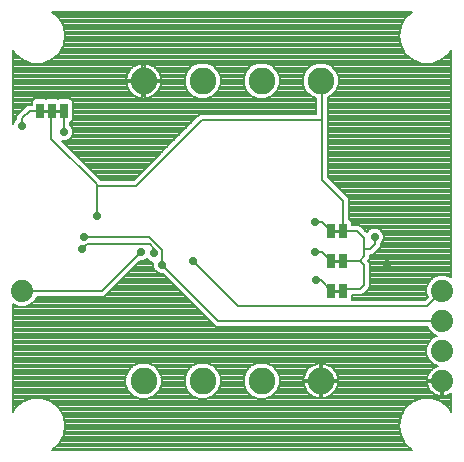
<source format=gbl>
G75*
%MOIN*%
%OFA0B0*%
%FSLAX25Y25*%
%IPPOS*%
%LPD*%
%AMOC8*
5,1,8,0,0,1.08239X$1,22.5*
%
%ADD10C,0.07400*%
%ADD11R,0.02500X0.05000*%
%ADD12C,0.01000*%
%ADD13C,0.08858*%
%ADD14C,0.00600*%
%ADD15C,0.00800*%
%ADD16C,0.02900*%
D10*
X0293333Y0225000D03*
X0293333Y0235000D03*
X0293333Y0245000D03*
X0293333Y0255000D03*
X0153333Y0255000D03*
D11*
X0159333Y0315000D03*
X0163333Y0315000D03*
X0167333Y0315000D03*
X0256333Y0275000D03*
X0260333Y0275000D03*
X0260333Y0265000D03*
X0256333Y0265000D03*
X0256333Y0255000D03*
X0260333Y0255000D03*
D12*
X0256333Y0255000D01*
X0256333Y0265000D02*
X0260333Y0265000D01*
X0260333Y0275000D02*
X0256333Y0275000D01*
X0167333Y0315000D02*
X0163333Y0315000D01*
X0159333Y0315000D01*
D13*
X0193806Y0325000D03*
X0213491Y0325000D03*
X0233176Y0325000D03*
X0252861Y0325000D03*
X0252861Y0225000D03*
X0233176Y0225000D03*
X0213491Y0225000D03*
X0193806Y0225000D03*
D14*
X0258333Y0255000D02*
X0260333Y0255000D01*
D15*
X0165567Y0203930D02*
X0163267Y0202000D01*
X0283399Y0202000D01*
X0281099Y0203930D01*
X0281099Y0203930D01*
X0279459Y0206770D01*
X0279459Y0206770D01*
X0278890Y0210000D01*
X0278890Y0210000D01*
X0279459Y0213230D01*
X0279459Y0213230D01*
X0281099Y0216070D01*
X0281099Y0216070D01*
X0281099Y0216070D01*
X0283612Y0218178D01*
X0283612Y0218178D01*
X0286693Y0219300D01*
X0289973Y0219300D01*
X0293055Y0218178D01*
X0293055Y0218178D01*
X0295567Y0216070D01*
X0295567Y0216070D01*
X0296333Y0214744D01*
X0296333Y0220876D01*
X0296006Y0220638D01*
X0295291Y0220274D01*
X0294528Y0220026D01*
X0293735Y0219900D01*
X0293733Y0219900D01*
X0293733Y0224600D01*
X0292933Y0224600D01*
X0288233Y0224600D01*
X0288233Y0224599D01*
X0288359Y0223806D01*
X0288607Y0223042D01*
X0288971Y0222327D01*
X0289443Y0221678D01*
X0290011Y0221110D01*
X0290660Y0220638D01*
X0291376Y0220274D01*
X0292139Y0220026D01*
X0292932Y0219900D01*
X0292933Y0219900D01*
X0292933Y0224600D01*
X0292933Y0225400D01*
X0288233Y0225400D01*
X0288233Y0225401D01*
X0288359Y0226194D01*
X0288607Y0226958D01*
X0288971Y0227673D01*
X0289443Y0228322D01*
X0290011Y0228890D01*
X0290660Y0229362D01*
X0291376Y0229726D01*
X0291846Y0229879D01*
X0290331Y0230507D01*
X0288840Y0231998D01*
X0288033Y0233946D01*
X0288033Y0236054D01*
X0288840Y0238002D01*
X0290331Y0239493D01*
X0291555Y0240000D01*
X0290331Y0240507D01*
X0288840Y0241998D01*
X0288425Y0243000D01*
X0217884Y0243000D01*
X0216713Y0244172D01*
X0200245Y0260640D01*
X0199416Y0260640D01*
X0198295Y0261104D01*
X0197437Y0261962D01*
X0196973Y0263083D01*
X0196973Y0264296D01*
X0197019Y0264407D01*
X0196684Y0264407D01*
X0195563Y0264872D01*
X0194787Y0265648D01*
X0194561Y0265422D01*
X0193440Y0264957D01*
X0192612Y0264957D01*
X0180654Y0253000D01*
X0158242Y0253000D01*
X0157826Y0251998D01*
X0156336Y0250507D01*
X0154388Y0249700D01*
X0152279Y0249700D01*
X0150333Y0250506D01*
X0150333Y0214744D01*
X0151099Y0216070D01*
X0151099Y0216070D01*
X0151099Y0216070D01*
X0153612Y0218178D01*
X0153612Y0218178D01*
X0156693Y0219300D01*
X0159973Y0219300D01*
X0163055Y0218178D01*
X0163055Y0218178D01*
X0165567Y0216070D01*
X0165567Y0216070D01*
X0167207Y0213230D01*
X0167207Y0213230D01*
X0167777Y0210000D01*
X0167777Y0210000D01*
X0167207Y0206770D01*
X0167207Y0206770D01*
X0165567Y0203930D01*
X0165567Y0203930D01*
X0165567Y0203930D01*
X0165604Y0203993D02*
X0281063Y0203993D01*
X0280602Y0204791D02*
X0166065Y0204791D01*
X0166526Y0205590D02*
X0280141Y0205590D01*
X0279680Y0206388D02*
X0166987Y0206388D01*
X0167281Y0207187D02*
X0279386Y0207187D01*
X0279245Y0207985D02*
X0167421Y0207985D01*
X0167562Y0208784D02*
X0279104Y0208784D01*
X0278964Y0209582D02*
X0167703Y0209582D01*
X0167710Y0210381D02*
X0278957Y0210381D01*
X0279098Y0211179D02*
X0167569Y0211179D01*
X0167428Y0211978D02*
X0279239Y0211978D01*
X0279379Y0212776D02*
X0167287Y0212776D01*
X0167008Y0213575D02*
X0279658Y0213575D01*
X0280120Y0214373D02*
X0166547Y0214373D01*
X0166086Y0215172D02*
X0280581Y0215172D01*
X0281042Y0215970D02*
X0165625Y0215970D01*
X0164735Y0216769D02*
X0281932Y0216769D01*
X0282883Y0217567D02*
X0163783Y0217567D01*
X0162540Y0218366D02*
X0284127Y0218366D01*
X0286321Y0219164D02*
X0234842Y0219164D01*
X0234375Y0218971D02*
X0236591Y0219889D01*
X0238287Y0221585D01*
X0239205Y0223801D01*
X0239205Y0226199D01*
X0238287Y0228415D01*
X0236591Y0230111D01*
X0234375Y0231029D01*
X0231977Y0231029D01*
X0229761Y0230111D01*
X0228065Y0228415D01*
X0227147Y0226199D01*
X0227147Y0223801D01*
X0228065Y0221585D01*
X0229761Y0219889D01*
X0231977Y0218971D01*
X0234375Y0218971D01*
X0236665Y0219963D02*
X0249907Y0219963D01*
X0249806Y0220014D02*
X0250623Y0219598D01*
X0251496Y0219314D01*
X0252402Y0219171D01*
X0252461Y0219171D01*
X0252461Y0224600D01*
X0253261Y0224600D01*
X0253261Y0225400D01*
X0258690Y0225400D01*
X0258690Y0225459D01*
X0258546Y0226365D01*
X0258263Y0227238D01*
X0257846Y0228055D01*
X0257307Y0228797D01*
X0256658Y0229446D01*
X0255916Y0229986D01*
X0255098Y0230402D01*
X0254226Y0230686D01*
X0253320Y0230829D01*
X0253261Y0230829D01*
X0253261Y0225400D01*
X0252461Y0225400D01*
X0252461Y0230829D01*
X0252402Y0230829D01*
X0251496Y0230686D01*
X0250623Y0230402D01*
X0249806Y0229986D01*
X0249063Y0229446D01*
X0248415Y0228797D01*
X0247875Y0228055D01*
X0247459Y0227238D01*
X0247175Y0226365D01*
X0247032Y0225459D01*
X0247032Y0225400D01*
X0252461Y0225400D01*
X0252461Y0224600D01*
X0247032Y0224600D01*
X0247032Y0224541D01*
X0247175Y0223635D01*
X0247459Y0222762D01*
X0247875Y0221945D01*
X0248415Y0221203D01*
X0249063Y0220554D01*
X0249806Y0220014D01*
X0248856Y0220761D02*
X0237464Y0220761D01*
X0238262Y0221560D02*
X0248155Y0221560D01*
X0247665Y0222358D02*
X0238608Y0222358D01*
X0238938Y0223157D02*
X0247331Y0223157D01*
X0247125Y0223955D02*
X0239205Y0223955D01*
X0239205Y0224754D02*
X0252461Y0224754D01*
X0252461Y0225552D02*
X0253261Y0225552D01*
X0253261Y0224754D02*
X0292933Y0224754D01*
X0292933Y0223955D02*
X0293733Y0223955D01*
X0293733Y0223157D02*
X0292933Y0223157D01*
X0292933Y0222358D02*
X0293733Y0222358D01*
X0293733Y0221560D02*
X0292933Y0221560D01*
X0292933Y0220761D02*
X0293733Y0220761D01*
X0293733Y0219963D02*
X0292933Y0219963D01*
X0292536Y0219963D02*
X0255815Y0219963D01*
X0255916Y0220014D02*
X0256658Y0220554D01*
X0257307Y0221203D01*
X0257846Y0221945D01*
X0258263Y0222762D01*
X0258546Y0223635D01*
X0258690Y0224541D01*
X0258690Y0224600D01*
X0253261Y0224600D01*
X0253261Y0219171D01*
X0253320Y0219171D01*
X0254226Y0219314D01*
X0255098Y0219598D01*
X0255916Y0220014D01*
X0256866Y0220761D02*
X0290491Y0220761D01*
X0289561Y0221560D02*
X0257567Y0221560D01*
X0258057Y0222358D02*
X0288955Y0222358D01*
X0288570Y0223157D02*
X0258391Y0223157D01*
X0258597Y0223955D02*
X0288335Y0223955D01*
X0288257Y0225552D02*
X0258675Y0225552D01*
X0258549Y0226351D02*
X0288410Y0226351D01*
X0288705Y0227149D02*
X0258292Y0227149D01*
X0257901Y0227948D02*
X0289171Y0227948D01*
X0289867Y0228746D02*
X0257344Y0228746D01*
X0256522Y0229545D02*
X0291020Y0229545D01*
X0290726Y0230343D02*
X0255214Y0230343D01*
X0253261Y0230343D02*
X0252461Y0230343D01*
X0252461Y0229545D02*
X0253261Y0229545D01*
X0253261Y0228746D02*
X0252461Y0228746D01*
X0252461Y0227948D02*
X0253261Y0227948D01*
X0253261Y0227149D02*
X0252461Y0227149D01*
X0252461Y0226351D02*
X0253261Y0226351D01*
X0253261Y0223955D02*
X0252461Y0223955D01*
X0252461Y0223157D02*
X0253261Y0223157D01*
X0253261Y0222358D02*
X0252461Y0222358D01*
X0252461Y0221560D02*
X0253261Y0221560D01*
X0253261Y0220761D02*
X0252461Y0220761D01*
X0252461Y0219963D02*
X0253261Y0219963D01*
X0247047Y0225552D02*
X0239205Y0225552D01*
X0239142Y0226351D02*
X0247173Y0226351D01*
X0247430Y0227149D02*
X0238811Y0227149D01*
X0238481Y0227948D02*
X0247821Y0227948D01*
X0248378Y0228746D02*
X0237956Y0228746D01*
X0237157Y0229545D02*
X0249199Y0229545D01*
X0250508Y0230343D02*
X0236031Y0230343D01*
X0230321Y0230343D02*
X0216345Y0230343D01*
X0216906Y0230111D02*
X0214690Y0231029D01*
X0212292Y0231029D01*
X0210076Y0230111D01*
X0208380Y0228415D01*
X0207462Y0226199D01*
X0207462Y0223801D01*
X0208380Y0221585D01*
X0210076Y0219889D01*
X0212292Y0218971D01*
X0214690Y0218971D01*
X0216906Y0219889D01*
X0218602Y0221585D01*
X0219520Y0223801D01*
X0219520Y0226199D01*
X0218602Y0228415D01*
X0216906Y0230111D01*
X0217472Y0229545D02*
X0229194Y0229545D01*
X0228396Y0228746D02*
X0218271Y0228746D01*
X0218796Y0227948D02*
X0227871Y0227948D01*
X0227540Y0227149D02*
X0219126Y0227149D01*
X0219457Y0226351D02*
X0227210Y0226351D01*
X0227147Y0225552D02*
X0219520Y0225552D01*
X0219520Y0224754D02*
X0227147Y0224754D01*
X0227147Y0223955D02*
X0219520Y0223955D01*
X0219253Y0223157D02*
X0227413Y0223157D01*
X0227744Y0222358D02*
X0218922Y0222358D01*
X0218577Y0221560D02*
X0228090Y0221560D01*
X0228888Y0220761D02*
X0217779Y0220761D01*
X0216980Y0219963D02*
X0229687Y0219963D01*
X0231510Y0219164D02*
X0215157Y0219164D01*
X0211825Y0219164D02*
X0195472Y0219164D01*
X0195005Y0218971D02*
X0197221Y0219889D01*
X0198917Y0221585D01*
X0199835Y0223801D01*
X0199835Y0226199D01*
X0198917Y0228415D01*
X0197221Y0230111D01*
X0195005Y0231029D01*
X0192606Y0231029D01*
X0190391Y0230111D01*
X0188695Y0228415D01*
X0187777Y0226199D01*
X0187777Y0223801D01*
X0188695Y0221585D01*
X0190391Y0219889D01*
X0192606Y0218971D01*
X0195005Y0218971D01*
X0197295Y0219963D02*
X0210002Y0219963D01*
X0209203Y0220761D02*
X0198094Y0220761D01*
X0198892Y0221560D02*
X0208405Y0221560D01*
X0208059Y0222358D02*
X0199237Y0222358D01*
X0199568Y0223157D02*
X0207728Y0223157D01*
X0207462Y0223955D02*
X0199835Y0223955D01*
X0199835Y0224754D02*
X0207462Y0224754D01*
X0207462Y0225552D02*
X0199835Y0225552D01*
X0199772Y0226351D02*
X0207524Y0226351D01*
X0207855Y0227149D02*
X0199441Y0227149D01*
X0199111Y0227948D02*
X0208186Y0227948D01*
X0208711Y0228746D02*
X0198586Y0228746D01*
X0197787Y0229545D02*
X0209509Y0229545D01*
X0210636Y0230343D02*
X0196660Y0230343D01*
X0190951Y0230343D02*
X0150333Y0230343D01*
X0150333Y0229545D02*
X0189824Y0229545D01*
X0189026Y0228746D02*
X0150333Y0228746D01*
X0150333Y0227948D02*
X0188501Y0227948D01*
X0188170Y0227149D02*
X0150333Y0227149D01*
X0150333Y0226351D02*
X0187839Y0226351D01*
X0187777Y0225552D02*
X0150333Y0225552D01*
X0150333Y0224754D02*
X0187777Y0224754D01*
X0187777Y0223955D02*
X0150333Y0223955D01*
X0150333Y0223157D02*
X0188043Y0223157D01*
X0188374Y0222358D02*
X0150333Y0222358D01*
X0150333Y0221560D02*
X0188719Y0221560D01*
X0189518Y0220761D02*
X0150333Y0220761D01*
X0150333Y0219963D02*
X0190316Y0219963D01*
X0192140Y0219164D02*
X0160346Y0219164D01*
X0156321Y0219164D02*
X0150333Y0219164D01*
X0150333Y0218366D02*
X0154127Y0218366D01*
X0152883Y0217567D02*
X0150333Y0217567D01*
X0150333Y0216769D02*
X0151932Y0216769D01*
X0151042Y0215970D02*
X0150333Y0215970D01*
X0150333Y0215172D02*
X0150581Y0215172D01*
X0150333Y0231142D02*
X0289696Y0231142D01*
X0288898Y0231940D02*
X0150333Y0231940D01*
X0150333Y0232739D02*
X0288533Y0232739D01*
X0288202Y0233537D02*
X0150333Y0233537D01*
X0150333Y0234336D02*
X0288033Y0234336D01*
X0288033Y0235134D02*
X0150333Y0235134D01*
X0150333Y0235933D02*
X0288033Y0235933D01*
X0288314Y0236732D02*
X0150333Y0236732D01*
X0150333Y0237530D02*
X0288645Y0237530D01*
X0289167Y0238329D02*
X0150333Y0238329D01*
X0150333Y0239127D02*
X0289965Y0239127D01*
X0290114Y0240724D02*
X0150333Y0240724D01*
X0150333Y0239926D02*
X0291375Y0239926D01*
X0289315Y0241523D02*
X0150333Y0241523D01*
X0150333Y0242321D02*
X0288706Y0242321D01*
X0293333Y0245000D02*
X0218713Y0245000D01*
X0200023Y0263690D01*
X0200023Y0268690D01*
X0195713Y0273000D01*
X0173833Y0273000D01*
X0174791Y0270457D02*
X0173333Y0269000D01*
X0174791Y0270457D02*
X0195791Y0270457D01*
X0197291Y0268957D01*
X0197291Y0267457D01*
X0196027Y0264679D02*
X0192334Y0264679D01*
X0191535Y0263881D02*
X0196973Y0263881D01*
X0196973Y0263082D02*
X0190737Y0263082D01*
X0189938Y0262284D02*
X0197304Y0262284D01*
X0197914Y0261485D02*
X0189140Y0261485D01*
X0188341Y0260687D02*
X0199303Y0260687D01*
X0200996Y0259888D02*
X0187543Y0259888D01*
X0186744Y0259090D02*
X0201795Y0259090D01*
X0202593Y0258291D02*
X0185946Y0258291D01*
X0185147Y0257493D02*
X0203392Y0257493D01*
X0204190Y0256694D02*
X0184349Y0256694D01*
X0183550Y0255896D02*
X0204989Y0255896D01*
X0205787Y0255097D02*
X0182752Y0255097D01*
X0181953Y0254299D02*
X0206586Y0254299D01*
X0207384Y0253500D02*
X0181155Y0253500D01*
X0179826Y0255000D02*
X0192833Y0268007D01*
X0194617Y0265478D02*
X0194957Y0265478D01*
X0210333Y0265000D02*
X0225333Y0250000D01*
X0288333Y0250000D01*
X0293333Y0255000D01*
X0288448Y0252944D02*
X0287505Y0252000D01*
X0263183Y0252000D01*
X0263183Y0253500D01*
X0266662Y0253500D01*
X0268162Y0255000D01*
X0269333Y0256172D01*
X0269333Y0264328D01*
X0268662Y0265000D01*
X0269333Y0265672D01*
X0269333Y0267000D01*
X0270162Y0267000D01*
X0272833Y0269672D01*
X0272833Y0270687D01*
X0273419Y0271272D01*
X0273883Y0272393D01*
X0273883Y0273607D01*
X0273419Y0274728D01*
X0272561Y0275586D01*
X0271440Y0276050D01*
X0270227Y0276050D01*
X0269106Y0275586D01*
X0268248Y0274728D01*
X0268156Y0274506D01*
X0266833Y0275828D01*
X0265662Y0277000D01*
X0263183Y0277000D01*
X0263183Y0278163D01*
X0262333Y0279013D01*
X0262333Y0285828D01*
X0261162Y0287000D01*
X0261162Y0287000D01*
X0255333Y0292828D01*
X0255333Y0319498D01*
X0256276Y0319889D01*
X0257972Y0321585D01*
X0258890Y0323801D01*
X0258890Y0326199D01*
X0257972Y0328415D01*
X0256276Y0330111D01*
X0254060Y0331029D01*
X0251662Y0331029D01*
X0249446Y0330111D01*
X0247750Y0328415D01*
X0246832Y0326199D01*
X0246832Y0323801D01*
X0247750Y0321585D01*
X0249446Y0319889D01*
X0251333Y0319107D01*
X0251333Y0314000D01*
X0212505Y0314000D01*
X0211333Y0312828D01*
X0190505Y0292000D01*
X0179662Y0292000D01*
X0166701Y0304961D01*
X0166727Y0304950D01*
X0167940Y0304950D01*
X0169061Y0305414D01*
X0169919Y0306272D01*
X0170383Y0307393D01*
X0170383Y0308607D01*
X0169919Y0309728D01*
X0169333Y0310313D01*
X0169333Y0310987D01*
X0170183Y0311837D01*
X0170183Y0318163D01*
X0169246Y0319100D01*
X0165421Y0319100D01*
X0165333Y0319013D01*
X0165246Y0319100D01*
X0161421Y0319100D01*
X0161333Y0319013D01*
X0161246Y0319100D01*
X0157421Y0319100D01*
X0156483Y0318163D01*
X0156483Y0317000D01*
X0155005Y0317000D01*
X0153833Y0315828D01*
X0151333Y0313328D01*
X0151333Y0312313D01*
X0150748Y0311728D01*
X0150333Y0310727D01*
X0150333Y0335256D01*
X0151099Y0333930D01*
X0153612Y0331822D01*
X0156693Y0330700D01*
X0159973Y0330700D01*
X0163055Y0331822D01*
X0165567Y0333930D01*
X0167207Y0336770D01*
X0167207Y0336770D01*
X0167777Y0340000D01*
X0167207Y0343230D01*
X0165567Y0346070D01*
X0163267Y0348000D01*
X0283399Y0348000D01*
X0281099Y0346070D01*
X0279459Y0343230D01*
X0278890Y0340000D01*
X0279459Y0336770D01*
X0281099Y0333930D01*
X0283612Y0331822D01*
X0286693Y0330700D01*
X0289973Y0330700D01*
X0293055Y0331822D01*
X0295567Y0333930D01*
X0296333Y0335256D01*
X0296333Y0259494D01*
X0294388Y0260300D01*
X0292279Y0260300D01*
X0290331Y0259493D01*
X0288840Y0258002D01*
X0288033Y0256054D01*
X0288033Y0253946D01*
X0288448Y0252944D01*
X0288207Y0252702D02*
X0263183Y0252702D01*
X0266662Y0253500D02*
X0288218Y0253500D01*
X0288033Y0254299D02*
X0267461Y0254299D01*
X0268259Y0255097D02*
X0288033Y0255097D01*
X0288033Y0255896D02*
X0269058Y0255896D01*
X0269333Y0256694D02*
X0288298Y0256694D01*
X0288629Y0257493D02*
X0269333Y0257493D01*
X0269333Y0258291D02*
X0289129Y0258291D01*
X0289928Y0259090D02*
X0269333Y0259090D01*
X0269333Y0259888D02*
X0291285Y0259888D01*
X0295381Y0259888D02*
X0296333Y0259888D01*
X0296333Y0260687D02*
X0269333Y0260687D01*
X0269333Y0261485D02*
X0296333Y0261485D01*
X0296333Y0262284D02*
X0269333Y0262284D01*
X0269333Y0263082D02*
X0296333Y0263082D01*
X0296333Y0263881D02*
X0269333Y0263881D01*
X0268982Y0264679D02*
X0296333Y0264679D01*
X0296333Y0265478D02*
X0269140Y0265478D01*
X0269333Y0266276D02*
X0296333Y0266276D01*
X0296333Y0267075D02*
X0270237Y0267075D01*
X0271035Y0267873D02*
X0296333Y0267873D01*
X0296333Y0268672D02*
X0271834Y0268672D01*
X0272632Y0269470D02*
X0296333Y0269470D01*
X0296333Y0270269D02*
X0272833Y0270269D01*
X0273214Y0271068D02*
X0296333Y0271068D01*
X0296333Y0271866D02*
X0273665Y0271866D01*
X0273883Y0272665D02*
X0296333Y0272665D01*
X0296333Y0273463D02*
X0273883Y0273463D01*
X0273612Y0274262D02*
X0296333Y0274262D01*
X0296333Y0275060D02*
X0273087Y0275060D01*
X0271902Y0275859D02*
X0296333Y0275859D01*
X0296333Y0276657D02*
X0266005Y0276657D01*
X0266803Y0275859D02*
X0269765Y0275859D01*
X0268580Y0275060D02*
X0267602Y0275060D01*
X0267333Y0272500D02*
X0264833Y0275000D01*
X0260333Y0275000D01*
X0260333Y0285000D01*
X0253333Y0292000D01*
X0253333Y0312000D01*
X0213333Y0312000D01*
X0191333Y0290000D01*
X0178333Y0290000D01*
X0178333Y0290500D01*
X0163083Y0305750D01*
X0163083Y0314750D01*
X0163333Y0315000D01*
X0159333Y0315000D02*
X0155833Y0315000D01*
X0153333Y0312500D01*
X0153333Y0310000D01*
X0150443Y0310993D02*
X0150333Y0310993D01*
X0150333Y0311792D02*
X0150812Y0311792D01*
X0150333Y0312590D02*
X0151333Y0312590D01*
X0151394Y0313389D02*
X0150333Y0313389D01*
X0150333Y0314187D02*
X0152192Y0314187D01*
X0152991Y0314986D02*
X0150333Y0314986D01*
X0150333Y0315784D02*
X0153789Y0315784D01*
X0154588Y0316583D02*
X0150333Y0316583D01*
X0150333Y0317381D02*
X0156483Y0317381D01*
X0156500Y0318180D02*
X0150333Y0318180D01*
X0150333Y0318978D02*
X0157299Y0318978D01*
X0150333Y0319777D02*
X0191217Y0319777D01*
X0191568Y0319598D02*
X0192441Y0319314D01*
X0193347Y0319171D01*
X0193406Y0319171D01*
X0193406Y0324600D01*
X0194206Y0324600D01*
X0194206Y0325400D01*
X0199635Y0325400D01*
X0199635Y0325459D01*
X0199491Y0326365D01*
X0199208Y0327238D01*
X0198791Y0328055D01*
X0198252Y0328797D01*
X0197603Y0329446D01*
X0196861Y0329986D01*
X0196043Y0330402D01*
X0195171Y0330686D01*
X0194265Y0330829D01*
X0194206Y0330829D01*
X0194206Y0325400D01*
X0193406Y0325400D01*
X0193406Y0330829D01*
X0193347Y0330829D01*
X0192441Y0330686D01*
X0191568Y0330402D01*
X0190751Y0329986D01*
X0190008Y0329446D01*
X0189360Y0328797D01*
X0188820Y0328055D01*
X0188404Y0327238D01*
X0188120Y0326365D01*
X0187977Y0325459D01*
X0187977Y0325400D01*
X0193406Y0325400D01*
X0193406Y0324600D01*
X0187977Y0324600D01*
X0187977Y0324541D01*
X0188120Y0323635D01*
X0188404Y0322762D01*
X0188820Y0321945D01*
X0189360Y0321203D01*
X0190008Y0320554D01*
X0190751Y0320014D01*
X0191568Y0319598D01*
X0193406Y0319777D02*
X0194206Y0319777D01*
X0194206Y0319171D02*
X0194265Y0319171D01*
X0195171Y0319314D01*
X0196043Y0319598D01*
X0196861Y0320014D01*
X0197603Y0320554D01*
X0198252Y0321203D01*
X0198791Y0321945D01*
X0199208Y0322762D01*
X0199491Y0323635D01*
X0199635Y0324541D01*
X0199635Y0324600D01*
X0194206Y0324600D01*
X0194206Y0319171D01*
X0194206Y0320575D02*
X0193406Y0320575D01*
X0193406Y0321374D02*
X0194206Y0321374D01*
X0194206Y0322172D02*
X0193406Y0322172D01*
X0193406Y0322971D02*
X0194206Y0322971D01*
X0194206Y0323769D02*
X0193406Y0323769D01*
X0193406Y0324568D02*
X0194206Y0324568D01*
X0194206Y0325366D02*
X0207462Y0325366D01*
X0207462Y0324568D02*
X0199635Y0324568D01*
X0199513Y0323769D02*
X0207475Y0323769D01*
X0207462Y0323801D02*
X0208380Y0321585D01*
X0210076Y0319889D01*
X0212292Y0318971D01*
X0214690Y0318971D01*
X0216906Y0319889D01*
X0218602Y0321585D01*
X0219520Y0323801D01*
X0219520Y0326199D01*
X0218602Y0328415D01*
X0216906Y0330111D01*
X0214690Y0331029D01*
X0212292Y0331029D01*
X0210076Y0330111D01*
X0208380Y0328415D01*
X0207462Y0326199D01*
X0207462Y0323801D01*
X0207805Y0322971D02*
X0199276Y0322971D01*
X0198907Y0322172D02*
X0208136Y0322172D01*
X0208591Y0321374D02*
X0198376Y0321374D01*
X0197625Y0320575D02*
X0209389Y0320575D01*
X0210346Y0319777D02*
X0196394Y0319777D01*
X0193406Y0325366D02*
X0150333Y0325366D01*
X0150333Y0324568D02*
X0187977Y0324568D01*
X0188099Y0323769D02*
X0150333Y0323769D01*
X0150333Y0322971D02*
X0188336Y0322971D01*
X0188704Y0322172D02*
X0150333Y0322172D01*
X0150333Y0321374D02*
X0189235Y0321374D01*
X0189987Y0320575D02*
X0150333Y0320575D01*
X0150333Y0326165D02*
X0188088Y0326165D01*
X0188315Y0326963D02*
X0150333Y0326963D01*
X0150333Y0327762D02*
X0188671Y0327762D01*
X0189187Y0328560D02*
X0150333Y0328560D01*
X0150333Y0329359D02*
X0189921Y0329359D01*
X0191088Y0330157D02*
X0150333Y0330157D01*
X0150333Y0330956D02*
X0155991Y0330956D01*
X0153797Y0331754D02*
X0150333Y0331754D01*
X0150333Y0332553D02*
X0152740Y0332553D01*
X0153612Y0331822D02*
X0153612Y0331822D01*
X0151789Y0333351D02*
X0150333Y0333351D01*
X0150333Y0334150D02*
X0150972Y0334150D01*
X0151099Y0333930D02*
X0151099Y0333930D01*
X0150511Y0334948D02*
X0150333Y0334948D01*
X0160676Y0330956D02*
X0212115Y0330956D01*
X0210187Y0330157D02*
X0196524Y0330157D01*
X0197691Y0329359D02*
X0209323Y0329359D01*
X0208525Y0328560D02*
X0198424Y0328560D01*
X0198941Y0327762D02*
X0208109Y0327762D01*
X0207778Y0326963D02*
X0199297Y0326963D01*
X0199523Y0326165D02*
X0207462Y0326165D01*
X0212274Y0318978D02*
X0169368Y0318978D01*
X0170166Y0318180D02*
X0251333Y0318180D01*
X0251333Y0318978D02*
X0234393Y0318978D01*
X0234375Y0318971D02*
X0236591Y0319889D01*
X0238287Y0321585D01*
X0239205Y0323801D01*
X0239205Y0326199D01*
X0238287Y0328415D01*
X0236591Y0330111D01*
X0234375Y0331029D01*
X0231977Y0331029D01*
X0229761Y0330111D01*
X0228065Y0328415D01*
X0227147Y0326199D01*
X0227147Y0323801D01*
X0228065Y0321585D01*
X0229761Y0319889D01*
X0231977Y0318971D01*
X0234375Y0318971D01*
X0236321Y0319777D02*
X0249716Y0319777D01*
X0248759Y0320575D02*
X0237278Y0320575D01*
X0238076Y0321374D02*
X0247961Y0321374D01*
X0247506Y0322172D02*
X0238530Y0322172D01*
X0238861Y0322971D02*
X0247176Y0322971D01*
X0246845Y0323769D02*
X0239192Y0323769D01*
X0239205Y0324568D02*
X0246832Y0324568D01*
X0246832Y0325366D02*
X0239205Y0325366D01*
X0239205Y0326165D02*
X0246832Y0326165D01*
X0247148Y0326963D02*
X0238889Y0326963D01*
X0238558Y0327762D02*
X0247479Y0327762D01*
X0247895Y0328560D02*
X0238142Y0328560D01*
X0237343Y0329359D02*
X0248693Y0329359D01*
X0249557Y0330157D02*
X0236480Y0330157D01*
X0234552Y0330956D02*
X0251485Y0330956D01*
X0254237Y0330956D02*
X0285991Y0330956D01*
X0283797Y0331754D02*
X0162870Y0331754D01*
X0163055Y0331822D02*
X0163055Y0331822D01*
X0163926Y0332553D02*
X0282740Y0332553D01*
X0283612Y0331822D02*
X0283612Y0331822D01*
X0281789Y0333351D02*
X0164878Y0333351D01*
X0165567Y0333930D02*
X0165567Y0333930D01*
X0165567Y0333930D01*
X0165694Y0334150D02*
X0280972Y0334150D01*
X0281099Y0333930D02*
X0281099Y0333930D01*
X0280511Y0334948D02*
X0166155Y0334948D01*
X0166617Y0335747D02*
X0280050Y0335747D01*
X0279589Y0336545D02*
X0167078Y0336545D01*
X0167308Y0337344D02*
X0279358Y0337344D01*
X0279459Y0336770D02*
X0279459Y0336770D01*
X0279217Y0338142D02*
X0167449Y0338142D01*
X0167590Y0338941D02*
X0279077Y0338941D01*
X0278936Y0339739D02*
X0167731Y0339739D01*
X0167777Y0340000D02*
X0167777Y0340000D01*
X0167682Y0340538D02*
X0278985Y0340538D01*
X0278890Y0340000D02*
X0278890Y0340000D01*
X0279126Y0341337D02*
X0167541Y0341337D01*
X0167400Y0342135D02*
X0279266Y0342135D01*
X0279407Y0342934D02*
X0167260Y0342934D01*
X0167207Y0343230D02*
X0167207Y0343230D01*
X0166917Y0343732D02*
X0279749Y0343732D01*
X0279459Y0343230D02*
X0279459Y0343230D01*
X0280210Y0344531D02*
X0166456Y0344531D01*
X0165995Y0345329D02*
X0280671Y0345329D01*
X0281099Y0346070D02*
X0281099Y0346070D01*
X0281099Y0346070D01*
X0281168Y0346128D02*
X0165499Y0346128D01*
X0165567Y0346070D02*
X0165567Y0346070D01*
X0164547Y0346926D02*
X0282119Y0346926D01*
X0283071Y0347725D02*
X0163596Y0347725D01*
X0193406Y0330157D02*
X0194206Y0330157D01*
X0194206Y0329359D02*
X0193406Y0329359D01*
X0193406Y0328560D02*
X0194206Y0328560D01*
X0194206Y0327762D02*
X0193406Y0327762D01*
X0193406Y0326963D02*
X0194206Y0326963D01*
X0194206Y0326165D02*
X0193406Y0326165D01*
X0208699Y0310195D02*
X0169452Y0310195D01*
X0169339Y0310993D02*
X0209498Y0310993D01*
X0210296Y0311792D02*
X0170138Y0311792D01*
X0170183Y0312590D02*
X0211095Y0312590D01*
X0211894Y0313389D02*
X0170183Y0313389D01*
X0170183Y0314187D02*
X0251333Y0314187D01*
X0251333Y0314986D02*
X0170183Y0314986D01*
X0170183Y0315784D02*
X0251333Y0315784D01*
X0251333Y0316583D02*
X0170183Y0316583D01*
X0170183Y0317381D02*
X0251333Y0317381D01*
X0255333Y0317381D02*
X0296333Y0317381D01*
X0296333Y0316583D02*
X0255333Y0316583D01*
X0255333Y0315784D02*
X0296333Y0315784D01*
X0296333Y0314986D02*
X0255333Y0314986D01*
X0255333Y0314187D02*
X0296333Y0314187D01*
X0296333Y0313389D02*
X0255333Y0313389D01*
X0255333Y0312590D02*
X0296333Y0312590D01*
X0296333Y0311792D02*
X0255333Y0311792D01*
X0255333Y0310993D02*
X0296333Y0310993D01*
X0296333Y0310195D02*
X0255333Y0310195D01*
X0255333Y0309396D02*
X0296333Y0309396D01*
X0296333Y0308598D02*
X0255333Y0308598D01*
X0255333Y0307799D02*
X0296333Y0307799D01*
X0296333Y0307001D02*
X0255333Y0307001D01*
X0255333Y0306202D02*
X0296333Y0306202D01*
X0296333Y0305403D02*
X0255333Y0305403D01*
X0255333Y0304605D02*
X0296333Y0304605D01*
X0296333Y0303806D02*
X0255333Y0303806D01*
X0255333Y0303008D02*
X0296333Y0303008D01*
X0296333Y0302209D02*
X0255333Y0302209D01*
X0255333Y0301411D02*
X0296333Y0301411D01*
X0296333Y0300612D02*
X0255333Y0300612D01*
X0255333Y0299814D02*
X0296333Y0299814D01*
X0296333Y0299015D02*
X0255333Y0299015D01*
X0255333Y0298217D02*
X0296333Y0298217D01*
X0296333Y0297418D02*
X0255333Y0297418D01*
X0255333Y0296620D02*
X0296333Y0296620D01*
X0296333Y0295821D02*
X0255333Y0295821D01*
X0255333Y0295023D02*
X0296333Y0295023D01*
X0296333Y0294224D02*
X0255333Y0294224D01*
X0255333Y0293426D02*
X0296333Y0293426D01*
X0296333Y0292627D02*
X0255534Y0292627D01*
X0256333Y0291829D02*
X0296333Y0291829D01*
X0296333Y0291030D02*
X0257131Y0291030D01*
X0257930Y0290232D02*
X0296333Y0290232D01*
X0296333Y0289433D02*
X0258728Y0289433D01*
X0259527Y0288635D02*
X0296333Y0288635D01*
X0296333Y0287836D02*
X0260325Y0287836D01*
X0261124Y0287038D02*
X0296333Y0287038D01*
X0296333Y0286239D02*
X0261923Y0286239D01*
X0262333Y0285441D02*
X0296333Y0285441D01*
X0296333Y0284642D02*
X0262333Y0284642D01*
X0262333Y0283844D02*
X0296333Y0283844D01*
X0296333Y0283045D02*
X0262333Y0283045D01*
X0262333Y0282247D02*
X0296333Y0282247D01*
X0296333Y0281448D02*
X0262333Y0281448D01*
X0262333Y0280650D02*
X0296333Y0280650D01*
X0296333Y0279851D02*
X0262333Y0279851D01*
X0262333Y0279053D02*
X0296333Y0279053D01*
X0296333Y0278254D02*
X0263092Y0278254D01*
X0263183Y0277456D02*
X0296333Y0277456D01*
X0270833Y0273000D02*
X0270833Y0270500D01*
X0269333Y0269000D01*
X0267333Y0269000D01*
X0267333Y0272500D01*
X0267333Y0269000D02*
X0267333Y0266500D01*
X0265833Y0265000D01*
X0267333Y0263500D01*
X0267333Y0257000D01*
X0265833Y0255500D01*
X0260833Y0255500D01*
X0260333Y0255000D01*
X0256333Y0255000D02*
X0252833Y0258500D01*
X0251333Y0258500D01*
X0256333Y0265000D02*
X0253333Y0268000D01*
X0250833Y0268000D01*
X0256333Y0275000D02*
X0253333Y0278000D01*
X0250833Y0278000D01*
X0260333Y0265000D02*
X0265833Y0265000D01*
X0217765Y0243120D02*
X0150333Y0243120D01*
X0150333Y0243918D02*
X0216966Y0243918D01*
X0216168Y0244717D02*
X0150333Y0244717D01*
X0150333Y0245515D02*
X0215369Y0245515D01*
X0214571Y0246314D02*
X0150333Y0246314D01*
X0150333Y0247112D02*
X0213772Y0247112D01*
X0212974Y0247911D02*
X0150333Y0247911D01*
X0150333Y0248709D02*
X0212175Y0248709D01*
X0211377Y0249508D02*
X0150333Y0249508D01*
X0150333Y0250306D02*
X0150816Y0250306D01*
X0155851Y0250306D02*
X0210578Y0250306D01*
X0209780Y0251105D02*
X0156933Y0251105D01*
X0157732Y0251903D02*
X0208981Y0251903D01*
X0208183Y0252702D02*
X0158118Y0252702D01*
X0153333Y0255000D02*
X0179826Y0255000D01*
X0178333Y0280000D02*
X0178333Y0290000D01*
X0179034Y0292627D02*
X0191132Y0292627D01*
X0191931Y0293426D02*
X0178236Y0293426D01*
X0177437Y0294224D02*
X0192729Y0294224D01*
X0193528Y0295023D02*
X0176639Y0295023D01*
X0175840Y0295821D02*
X0194326Y0295821D01*
X0195125Y0296620D02*
X0175042Y0296620D01*
X0174243Y0297418D02*
X0195923Y0297418D01*
X0196722Y0298217D02*
X0173445Y0298217D01*
X0172646Y0299015D02*
X0197520Y0299015D01*
X0198319Y0299814D02*
X0171848Y0299814D01*
X0171049Y0300612D02*
X0199117Y0300612D01*
X0199916Y0301411D02*
X0170251Y0301411D01*
X0169452Y0302209D02*
X0200714Y0302209D01*
X0201513Y0303008D02*
X0168654Y0303008D01*
X0167855Y0303806D02*
X0202311Y0303806D01*
X0203110Y0304605D02*
X0167057Y0304605D01*
X0169035Y0305403D02*
X0203908Y0305403D01*
X0204707Y0306202D02*
X0169849Y0306202D01*
X0170221Y0307001D02*
X0205505Y0307001D01*
X0206304Y0307799D02*
X0170383Y0307799D01*
X0170383Y0308598D02*
X0207102Y0308598D01*
X0207901Y0309396D02*
X0170056Y0309396D01*
X0167333Y0308000D02*
X0167333Y0315000D01*
X0214708Y0318978D02*
X0231959Y0318978D01*
X0230031Y0319777D02*
X0216636Y0319777D01*
X0217592Y0320575D02*
X0229074Y0320575D01*
X0228276Y0321374D02*
X0218391Y0321374D01*
X0218845Y0322172D02*
X0227821Y0322172D01*
X0227491Y0322971D02*
X0219176Y0322971D01*
X0219507Y0323769D02*
X0227160Y0323769D01*
X0227147Y0324568D02*
X0219520Y0324568D01*
X0219520Y0325366D02*
X0227147Y0325366D01*
X0227147Y0326165D02*
X0219520Y0326165D01*
X0219203Y0326963D02*
X0227463Y0326963D01*
X0227794Y0327762D02*
X0218873Y0327762D01*
X0218457Y0328560D02*
X0228210Y0328560D01*
X0229008Y0329359D02*
X0217658Y0329359D01*
X0216795Y0330157D02*
X0229872Y0330157D01*
X0231800Y0330956D02*
X0214867Y0330956D01*
X0252861Y0325000D02*
X0253333Y0324528D01*
X0253333Y0312000D01*
X0255333Y0318180D02*
X0296333Y0318180D01*
X0296333Y0318978D02*
X0255333Y0318978D01*
X0256006Y0319777D02*
X0296333Y0319777D01*
X0296333Y0320575D02*
X0256963Y0320575D01*
X0257761Y0321374D02*
X0296333Y0321374D01*
X0296333Y0322172D02*
X0258215Y0322172D01*
X0258546Y0322971D02*
X0296333Y0322971D01*
X0296333Y0323769D02*
X0258877Y0323769D01*
X0258890Y0324568D02*
X0296333Y0324568D01*
X0296333Y0325366D02*
X0258890Y0325366D01*
X0258890Y0326165D02*
X0296333Y0326165D01*
X0296333Y0326963D02*
X0258574Y0326963D01*
X0258243Y0327762D02*
X0296333Y0327762D01*
X0296333Y0328560D02*
X0257827Y0328560D01*
X0257029Y0329359D02*
X0296333Y0329359D01*
X0296333Y0330157D02*
X0256165Y0330157D01*
X0290676Y0330956D02*
X0296333Y0330956D01*
X0296333Y0331754D02*
X0292870Y0331754D01*
X0293926Y0332553D02*
X0296333Y0332553D01*
X0296333Y0333351D02*
X0294878Y0333351D01*
X0295567Y0333930D02*
X0295567Y0333930D01*
X0295567Y0333930D01*
X0295694Y0334150D02*
X0296333Y0334150D01*
X0296333Y0334948D02*
X0296155Y0334948D01*
X0296176Y0220761D02*
X0296333Y0220761D01*
X0296333Y0219963D02*
X0294131Y0219963D01*
X0292540Y0218366D02*
X0296333Y0218366D01*
X0296333Y0219164D02*
X0290346Y0219164D01*
X0293783Y0217567D02*
X0296333Y0217567D01*
X0296333Y0216769D02*
X0294735Y0216769D01*
X0295625Y0215970D02*
X0296333Y0215970D01*
X0296333Y0215172D02*
X0296086Y0215172D01*
X0282928Y0202396D02*
X0163739Y0202396D01*
X0164691Y0203194D02*
X0281976Y0203194D01*
D16*
X0251333Y0258500D03*
X0250833Y0268000D03*
X0250833Y0278000D03*
X0270833Y0273000D03*
X0274833Y0264000D03*
X0210333Y0265000D03*
X0200023Y0263690D03*
X0197291Y0267457D03*
X0192833Y0268007D03*
X0178333Y0280000D03*
X0173833Y0273000D03*
X0173333Y0269000D03*
X0167333Y0308000D03*
X0153333Y0310000D03*
M02*

</source>
